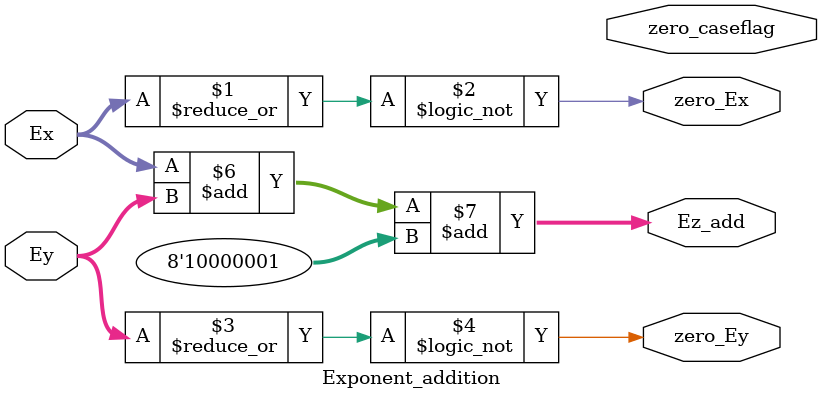
<source format=v>
module Exponent_addition 
(
input 	wire 	[7:0]	Ex,Ey, 
output  wire             zero_Ex,zero_Ey,
output  reg     [7:0]        Ez_add,
output  reg                zero_caseflag

);

reg   [8:0]     Ez;

assign zero_Ex = ~| Ex ;
assign zero_Ey = ~| Ey ;


always @ (*) 
	begin
		Ez_add = Ex + Ey + 8'b10000001 ;
		
	/*	if (Ez < -8'd23)    to be handeld in exception block 
			begin 
				Ez_add = 8'b0;
				zero_caseflag= 1'b1;
			end
		else 
			begin
				Ez_add = Ez[7:0];
				zero_caseflag= 1'b0;
			end
	*/
	
	end


endmodule
</source>
